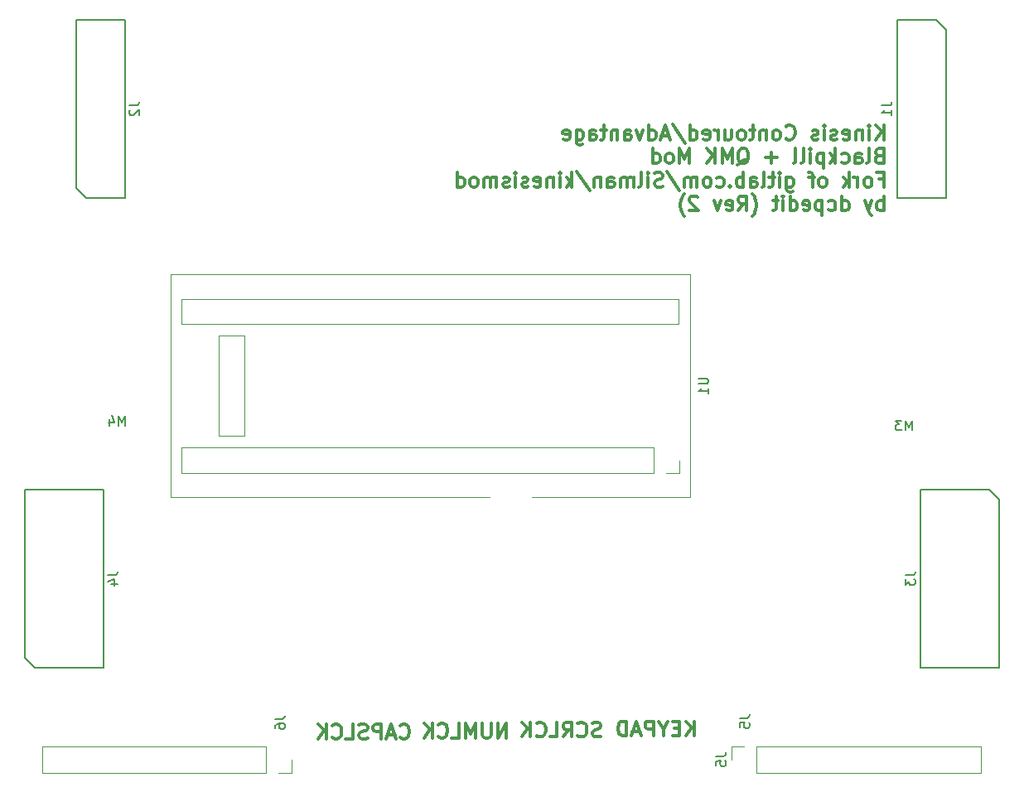
<source format=gbo>
G04 #@! TF.GenerationSoftware,KiCad,Pcbnew,(6.0.1-0)*
G04 #@! TF.CreationDate,2023-01-18T10:23:03-08:00*
G04 #@! TF.ProjectId,kicad_port,6b696361-645f-4706-9f72-742e6b696361,rev?*
G04 #@! TF.SameCoordinates,Original*
G04 #@! TF.FileFunction,Legend,Bot*
G04 #@! TF.FilePolarity,Positive*
%FSLAX46Y46*%
G04 Gerber Fmt 4.6, Leading zero omitted, Abs format (unit mm)*
G04 Created by KiCad (PCBNEW (6.0.1-0)) date 2023-01-18 10:23:03*
%MOMM*%
%LPD*%
G01*
G04 APERTURE LIST*
%ADD10C,0.300000*%
%ADD11C,0.150000*%
%ADD12C,0.120000*%
%ADD13R,1.800000X1.800000*%
%ADD14C,1.800000*%
%ADD15C,1.400000*%
%ADD16O,1.400000X1.400000*%
%ADD17O,3.200000X2.000000*%
%ADD18R,2.000000X2.000000*%
%ADD19C,2.000000*%
%ADD20R,1.600000X1.600000*%
%ADD21O,1.600000X1.600000*%
%ADD22C,8.600000*%
%ADD23O,2.000000X1.200000*%
%ADD24C,1.511200*%
%ADD25R,1.700000X1.700000*%
%ADD26O,1.700000X1.700000*%
%ADD27C,6.500000*%
%ADD28O,4.750000X2.250000*%
%ADD29C,1.700000*%
G04 APERTURE END LIST*
D10*
X149478571Y-126778571D02*
X149478571Y-125278571D01*
X148621428Y-126778571D01*
X148621428Y-125278571D01*
X147907142Y-125278571D02*
X147907142Y-126492857D01*
X147835714Y-126635714D01*
X147764285Y-126707142D01*
X147621428Y-126778571D01*
X147335714Y-126778571D01*
X147192857Y-126707142D01*
X147121428Y-126635714D01*
X147050000Y-126492857D01*
X147050000Y-125278571D01*
X146335714Y-126778571D02*
X146335714Y-125278571D01*
X145835714Y-126350000D01*
X145335714Y-125278571D01*
X145335714Y-126778571D01*
X143907142Y-126778571D02*
X144621428Y-126778571D01*
X144621428Y-125278571D01*
X142550000Y-126635714D02*
X142621428Y-126707142D01*
X142835714Y-126778571D01*
X142978571Y-126778571D01*
X143192857Y-126707142D01*
X143335714Y-126564285D01*
X143407142Y-126421428D01*
X143478571Y-126135714D01*
X143478571Y-125921428D01*
X143407142Y-125635714D01*
X143335714Y-125492857D01*
X143192857Y-125350000D01*
X142978571Y-125278571D01*
X142835714Y-125278571D01*
X142621428Y-125350000D01*
X142550000Y-125421428D01*
X141907142Y-126778571D02*
X141907142Y-125278571D01*
X141050000Y-126778571D02*
X141692857Y-125921428D01*
X141050000Y-125278571D02*
X141907142Y-126135714D01*
X168657142Y-126578571D02*
X168657142Y-125078571D01*
X167800000Y-126578571D02*
X168442857Y-125721428D01*
X167800000Y-125078571D02*
X168657142Y-125935714D01*
X167157142Y-125792857D02*
X166657142Y-125792857D01*
X166442857Y-126578571D02*
X167157142Y-126578571D01*
X167157142Y-125078571D01*
X166442857Y-125078571D01*
X165514285Y-125864285D02*
X165514285Y-126578571D01*
X166014285Y-125078571D02*
X165514285Y-125864285D01*
X165014285Y-125078571D01*
X164514285Y-126578571D02*
X164514285Y-125078571D01*
X163942857Y-125078571D01*
X163800000Y-125150000D01*
X163728571Y-125221428D01*
X163657142Y-125364285D01*
X163657142Y-125578571D01*
X163728571Y-125721428D01*
X163800000Y-125792857D01*
X163942857Y-125864285D01*
X164514285Y-125864285D01*
X163085714Y-126150000D02*
X162371428Y-126150000D01*
X163228571Y-126578571D02*
X162728571Y-125078571D01*
X162228571Y-126578571D01*
X161728571Y-126578571D02*
X161728571Y-125078571D01*
X161371428Y-125078571D01*
X161157142Y-125150000D01*
X161014285Y-125292857D01*
X160942857Y-125435714D01*
X160871428Y-125721428D01*
X160871428Y-125935714D01*
X160942857Y-126221428D01*
X161014285Y-126364285D01*
X161157142Y-126507142D01*
X161371428Y-126578571D01*
X161728571Y-126578571D01*
X188047857Y-65656071D02*
X188047857Y-64156071D01*
X187190714Y-65656071D02*
X187833571Y-64798928D01*
X187190714Y-64156071D02*
X188047857Y-65013214D01*
X186547857Y-65656071D02*
X186547857Y-64656071D01*
X186547857Y-64156071D02*
X186619285Y-64227500D01*
X186547857Y-64298928D01*
X186476428Y-64227500D01*
X186547857Y-64156071D01*
X186547857Y-64298928D01*
X185833571Y-64656071D02*
X185833571Y-65656071D01*
X185833571Y-64798928D02*
X185762142Y-64727500D01*
X185619285Y-64656071D01*
X185405000Y-64656071D01*
X185262142Y-64727500D01*
X185190714Y-64870357D01*
X185190714Y-65656071D01*
X183905000Y-65584642D02*
X184047857Y-65656071D01*
X184333571Y-65656071D01*
X184476428Y-65584642D01*
X184547857Y-65441785D01*
X184547857Y-64870357D01*
X184476428Y-64727500D01*
X184333571Y-64656071D01*
X184047857Y-64656071D01*
X183905000Y-64727500D01*
X183833571Y-64870357D01*
X183833571Y-65013214D01*
X184547857Y-65156071D01*
X183262142Y-65584642D02*
X183119285Y-65656071D01*
X182833571Y-65656071D01*
X182690714Y-65584642D01*
X182619285Y-65441785D01*
X182619285Y-65370357D01*
X182690714Y-65227500D01*
X182833571Y-65156071D01*
X183047857Y-65156071D01*
X183190714Y-65084642D01*
X183262142Y-64941785D01*
X183262142Y-64870357D01*
X183190714Y-64727500D01*
X183047857Y-64656071D01*
X182833571Y-64656071D01*
X182690714Y-64727500D01*
X181976428Y-65656071D02*
X181976428Y-64656071D01*
X181976428Y-64156071D02*
X182047857Y-64227500D01*
X181976428Y-64298928D01*
X181905000Y-64227500D01*
X181976428Y-64156071D01*
X181976428Y-64298928D01*
X181333571Y-65584642D02*
X181190714Y-65656071D01*
X180905000Y-65656071D01*
X180762142Y-65584642D01*
X180690714Y-65441785D01*
X180690714Y-65370357D01*
X180762142Y-65227500D01*
X180905000Y-65156071D01*
X181119285Y-65156071D01*
X181262142Y-65084642D01*
X181333571Y-64941785D01*
X181333571Y-64870357D01*
X181262142Y-64727500D01*
X181119285Y-64656071D01*
X180905000Y-64656071D01*
X180762142Y-64727500D01*
X178047857Y-65513214D02*
X178119285Y-65584642D01*
X178333571Y-65656071D01*
X178476428Y-65656071D01*
X178690714Y-65584642D01*
X178833571Y-65441785D01*
X178905000Y-65298928D01*
X178976428Y-65013214D01*
X178976428Y-64798928D01*
X178905000Y-64513214D01*
X178833571Y-64370357D01*
X178690714Y-64227500D01*
X178476428Y-64156071D01*
X178333571Y-64156071D01*
X178119285Y-64227500D01*
X178047857Y-64298928D01*
X177190714Y-65656071D02*
X177333571Y-65584642D01*
X177405000Y-65513214D01*
X177476428Y-65370357D01*
X177476428Y-64941785D01*
X177405000Y-64798928D01*
X177333571Y-64727500D01*
X177190714Y-64656071D01*
X176976428Y-64656071D01*
X176833571Y-64727500D01*
X176762142Y-64798928D01*
X176690714Y-64941785D01*
X176690714Y-65370357D01*
X176762142Y-65513214D01*
X176833571Y-65584642D01*
X176976428Y-65656071D01*
X177190714Y-65656071D01*
X176047857Y-64656071D02*
X176047857Y-65656071D01*
X176047857Y-64798928D02*
X175976428Y-64727500D01*
X175833571Y-64656071D01*
X175619285Y-64656071D01*
X175476428Y-64727500D01*
X175405000Y-64870357D01*
X175405000Y-65656071D01*
X174905000Y-64656071D02*
X174333571Y-64656071D01*
X174690714Y-64156071D02*
X174690714Y-65441785D01*
X174619285Y-65584642D01*
X174476428Y-65656071D01*
X174333571Y-65656071D01*
X173619285Y-65656071D02*
X173762142Y-65584642D01*
X173833571Y-65513214D01*
X173905000Y-65370357D01*
X173905000Y-64941785D01*
X173833571Y-64798928D01*
X173762142Y-64727500D01*
X173619285Y-64656071D01*
X173405000Y-64656071D01*
X173262142Y-64727500D01*
X173190714Y-64798928D01*
X173119285Y-64941785D01*
X173119285Y-65370357D01*
X173190714Y-65513214D01*
X173262142Y-65584642D01*
X173405000Y-65656071D01*
X173619285Y-65656071D01*
X171833571Y-64656071D02*
X171833571Y-65656071D01*
X172476428Y-64656071D02*
X172476428Y-65441785D01*
X172405000Y-65584642D01*
X172262142Y-65656071D01*
X172047857Y-65656071D01*
X171905000Y-65584642D01*
X171833571Y-65513214D01*
X171119285Y-65656071D02*
X171119285Y-64656071D01*
X171119285Y-64941785D02*
X171047857Y-64798928D01*
X170976428Y-64727500D01*
X170833571Y-64656071D01*
X170690714Y-64656071D01*
X169619285Y-65584642D02*
X169762142Y-65656071D01*
X170047857Y-65656071D01*
X170190714Y-65584642D01*
X170262142Y-65441785D01*
X170262142Y-64870357D01*
X170190714Y-64727500D01*
X170047857Y-64656071D01*
X169762142Y-64656071D01*
X169619285Y-64727500D01*
X169547857Y-64870357D01*
X169547857Y-65013214D01*
X170262142Y-65156071D01*
X168262142Y-65656071D02*
X168262142Y-64156071D01*
X168262142Y-65584642D02*
X168405000Y-65656071D01*
X168690714Y-65656071D01*
X168833571Y-65584642D01*
X168905000Y-65513214D01*
X168976428Y-65370357D01*
X168976428Y-64941785D01*
X168905000Y-64798928D01*
X168833571Y-64727500D01*
X168690714Y-64656071D01*
X168405000Y-64656071D01*
X168262142Y-64727500D01*
X166476428Y-64084642D02*
X167762142Y-66013214D01*
X166047857Y-65227500D02*
X165333571Y-65227500D01*
X166190714Y-65656071D02*
X165690714Y-64156071D01*
X165190714Y-65656071D01*
X164047857Y-65656071D02*
X164047857Y-64156071D01*
X164047857Y-65584642D02*
X164190714Y-65656071D01*
X164476428Y-65656071D01*
X164619285Y-65584642D01*
X164690714Y-65513214D01*
X164762142Y-65370357D01*
X164762142Y-64941785D01*
X164690714Y-64798928D01*
X164619285Y-64727500D01*
X164476428Y-64656071D01*
X164190714Y-64656071D01*
X164047857Y-64727500D01*
X163476428Y-64656071D02*
X163119285Y-65656071D01*
X162762142Y-64656071D01*
X161547857Y-65656071D02*
X161547857Y-64870357D01*
X161619285Y-64727500D01*
X161762142Y-64656071D01*
X162047857Y-64656071D01*
X162190714Y-64727500D01*
X161547857Y-65584642D02*
X161690714Y-65656071D01*
X162047857Y-65656071D01*
X162190714Y-65584642D01*
X162262142Y-65441785D01*
X162262142Y-65298928D01*
X162190714Y-65156071D01*
X162047857Y-65084642D01*
X161690714Y-65084642D01*
X161547857Y-65013214D01*
X160833571Y-64656071D02*
X160833571Y-65656071D01*
X160833571Y-64798928D02*
X160762142Y-64727500D01*
X160619285Y-64656071D01*
X160405000Y-64656071D01*
X160262142Y-64727500D01*
X160190714Y-64870357D01*
X160190714Y-65656071D01*
X159690714Y-64656071D02*
X159119285Y-64656071D01*
X159476428Y-64156071D02*
X159476428Y-65441785D01*
X159405000Y-65584642D01*
X159262142Y-65656071D01*
X159119285Y-65656071D01*
X157976428Y-65656071D02*
X157976428Y-64870357D01*
X158047857Y-64727500D01*
X158190714Y-64656071D01*
X158476428Y-64656071D01*
X158619285Y-64727500D01*
X157976428Y-65584642D02*
X158119285Y-65656071D01*
X158476428Y-65656071D01*
X158619285Y-65584642D01*
X158690714Y-65441785D01*
X158690714Y-65298928D01*
X158619285Y-65156071D01*
X158476428Y-65084642D01*
X158119285Y-65084642D01*
X157976428Y-65013214D01*
X156619285Y-64656071D02*
X156619285Y-65870357D01*
X156690714Y-66013214D01*
X156762142Y-66084642D01*
X156905000Y-66156071D01*
X157119285Y-66156071D01*
X157262142Y-66084642D01*
X156619285Y-65584642D02*
X156762142Y-65656071D01*
X157047857Y-65656071D01*
X157190714Y-65584642D01*
X157262142Y-65513214D01*
X157333571Y-65370357D01*
X157333571Y-64941785D01*
X157262142Y-64798928D01*
X157190714Y-64727500D01*
X157047857Y-64656071D01*
X156762142Y-64656071D01*
X156619285Y-64727500D01*
X155333571Y-65584642D02*
X155476428Y-65656071D01*
X155762142Y-65656071D01*
X155905000Y-65584642D01*
X155976428Y-65441785D01*
X155976428Y-64870357D01*
X155905000Y-64727500D01*
X155762142Y-64656071D01*
X155476428Y-64656071D01*
X155333571Y-64727500D01*
X155262142Y-64870357D01*
X155262142Y-65013214D01*
X155976428Y-65156071D01*
X187547857Y-67285357D02*
X187333571Y-67356785D01*
X187262142Y-67428214D01*
X187190714Y-67571071D01*
X187190714Y-67785357D01*
X187262142Y-67928214D01*
X187333571Y-67999642D01*
X187476428Y-68071071D01*
X188047857Y-68071071D01*
X188047857Y-66571071D01*
X187547857Y-66571071D01*
X187405000Y-66642500D01*
X187333571Y-66713928D01*
X187262142Y-66856785D01*
X187262142Y-66999642D01*
X187333571Y-67142500D01*
X187405000Y-67213928D01*
X187547857Y-67285357D01*
X188047857Y-67285357D01*
X186333571Y-68071071D02*
X186476428Y-67999642D01*
X186547857Y-67856785D01*
X186547857Y-66571071D01*
X185119285Y-68071071D02*
X185119285Y-67285357D01*
X185190714Y-67142500D01*
X185333571Y-67071071D01*
X185619285Y-67071071D01*
X185762142Y-67142500D01*
X185119285Y-67999642D02*
X185262142Y-68071071D01*
X185619285Y-68071071D01*
X185762142Y-67999642D01*
X185833571Y-67856785D01*
X185833571Y-67713928D01*
X185762142Y-67571071D01*
X185619285Y-67499642D01*
X185262142Y-67499642D01*
X185119285Y-67428214D01*
X183762142Y-67999642D02*
X183905000Y-68071071D01*
X184190714Y-68071071D01*
X184333571Y-67999642D01*
X184405000Y-67928214D01*
X184476428Y-67785357D01*
X184476428Y-67356785D01*
X184405000Y-67213928D01*
X184333571Y-67142500D01*
X184190714Y-67071071D01*
X183905000Y-67071071D01*
X183762142Y-67142500D01*
X183119285Y-68071071D02*
X183119285Y-66571071D01*
X182976428Y-67499642D02*
X182547857Y-68071071D01*
X182547857Y-67071071D02*
X183119285Y-67642500D01*
X181905000Y-67071071D02*
X181905000Y-68571071D01*
X181905000Y-67142500D02*
X181762142Y-67071071D01*
X181476428Y-67071071D01*
X181333571Y-67142500D01*
X181262142Y-67213928D01*
X181190714Y-67356785D01*
X181190714Y-67785357D01*
X181262142Y-67928214D01*
X181333571Y-67999642D01*
X181476428Y-68071071D01*
X181762142Y-68071071D01*
X181905000Y-67999642D01*
X180547857Y-68071071D02*
X180547857Y-67071071D01*
X180547857Y-66571071D02*
X180619285Y-66642500D01*
X180547857Y-66713928D01*
X180476428Y-66642500D01*
X180547857Y-66571071D01*
X180547857Y-66713928D01*
X179619285Y-68071071D02*
X179762142Y-67999642D01*
X179833571Y-67856785D01*
X179833571Y-66571071D01*
X178833571Y-68071071D02*
X178976428Y-67999642D01*
X179047857Y-67856785D01*
X179047857Y-66571071D01*
X177119285Y-67499642D02*
X175976428Y-67499642D01*
X176547857Y-68071071D02*
X176547857Y-66928214D01*
X173119285Y-68213928D02*
X173262142Y-68142500D01*
X173405000Y-67999642D01*
X173619285Y-67785357D01*
X173762142Y-67713928D01*
X173905000Y-67713928D01*
X173833571Y-68071071D02*
X173976428Y-67999642D01*
X174119285Y-67856785D01*
X174190714Y-67571071D01*
X174190714Y-67071071D01*
X174119285Y-66785357D01*
X173976428Y-66642500D01*
X173833571Y-66571071D01*
X173547857Y-66571071D01*
X173405000Y-66642500D01*
X173262142Y-66785357D01*
X173190714Y-67071071D01*
X173190714Y-67571071D01*
X173262142Y-67856785D01*
X173405000Y-67999642D01*
X173547857Y-68071071D01*
X173833571Y-68071071D01*
X172547857Y-68071071D02*
X172547857Y-66571071D01*
X172047857Y-67642500D01*
X171547857Y-66571071D01*
X171547857Y-68071071D01*
X170833571Y-68071071D02*
X170833571Y-66571071D01*
X169976428Y-68071071D02*
X170619285Y-67213928D01*
X169976428Y-66571071D02*
X170833571Y-67428214D01*
X168190714Y-68071071D02*
X168190714Y-66571071D01*
X167690714Y-67642500D01*
X167190714Y-66571071D01*
X167190714Y-68071071D01*
X166262142Y-68071071D02*
X166405000Y-67999642D01*
X166476428Y-67928214D01*
X166547857Y-67785357D01*
X166547857Y-67356785D01*
X166476428Y-67213928D01*
X166405000Y-67142500D01*
X166262142Y-67071071D01*
X166047857Y-67071071D01*
X165905000Y-67142500D01*
X165833571Y-67213928D01*
X165762142Y-67356785D01*
X165762142Y-67785357D01*
X165833571Y-67928214D01*
X165905000Y-67999642D01*
X166047857Y-68071071D01*
X166262142Y-68071071D01*
X164476428Y-68071071D02*
X164476428Y-66571071D01*
X164476428Y-67999642D02*
X164619285Y-68071071D01*
X164905000Y-68071071D01*
X165047857Y-67999642D01*
X165119285Y-67928214D01*
X165190714Y-67785357D01*
X165190714Y-67356785D01*
X165119285Y-67213928D01*
X165047857Y-67142500D01*
X164905000Y-67071071D01*
X164619285Y-67071071D01*
X164476428Y-67142500D01*
X187547857Y-69700357D02*
X188047857Y-69700357D01*
X188047857Y-70486071D02*
X188047857Y-68986071D01*
X187333571Y-68986071D01*
X186547857Y-70486071D02*
X186690714Y-70414642D01*
X186762142Y-70343214D01*
X186833571Y-70200357D01*
X186833571Y-69771785D01*
X186762142Y-69628928D01*
X186690714Y-69557500D01*
X186547857Y-69486071D01*
X186333571Y-69486071D01*
X186190714Y-69557500D01*
X186119285Y-69628928D01*
X186047857Y-69771785D01*
X186047857Y-70200357D01*
X186119285Y-70343214D01*
X186190714Y-70414642D01*
X186333571Y-70486071D01*
X186547857Y-70486071D01*
X185405000Y-70486071D02*
X185405000Y-69486071D01*
X185405000Y-69771785D02*
X185333571Y-69628928D01*
X185262142Y-69557500D01*
X185119285Y-69486071D01*
X184976428Y-69486071D01*
X184476428Y-70486071D02*
X184476428Y-68986071D01*
X184333571Y-69914642D02*
X183905000Y-70486071D01*
X183905000Y-69486071D02*
X184476428Y-70057500D01*
X181905000Y-70486071D02*
X182047857Y-70414642D01*
X182119285Y-70343214D01*
X182190714Y-70200357D01*
X182190714Y-69771785D01*
X182119285Y-69628928D01*
X182047857Y-69557500D01*
X181905000Y-69486071D01*
X181690714Y-69486071D01*
X181547857Y-69557500D01*
X181476428Y-69628928D01*
X181405000Y-69771785D01*
X181405000Y-70200357D01*
X181476428Y-70343214D01*
X181547857Y-70414642D01*
X181690714Y-70486071D01*
X181905000Y-70486071D01*
X180976428Y-69486071D02*
X180405000Y-69486071D01*
X180762142Y-70486071D02*
X180762142Y-69200357D01*
X180690714Y-69057500D01*
X180547857Y-68986071D01*
X180405000Y-68986071D01*
X178119285Y-69486071D02*
X178119285Y-70700357D01*
X178190714Y-70843214D01*
X178262142Y-70914642D01*
X178405000Y-70986071D01*
X178619285Y-70986071D01*
X178762142Y-70914642D01*
X178119285Y-70414642D02*
X178262142Y-70486071D01*
X178547857Y-70486071D01*
X178690714Y-70414642D01*
X178762142Y-70343214D01*
X178833571Y-70200357D01*
X178833571Y-69771785D01*
X178762142Y-69628928D01*
X178690714Y-69557500D01*
X178547857Y-69486071D01*
X178262142Y-69486071D01*
X178119285Y-69557500D01*
X177405000Y-70486071D02*
X177405000Y-69486071D01*
X177405000Y-68986071D02*
X177476428Y-69057500D01*
X177405000Y-69128928D01*
X177333571Y-69057500D01*
X177405000Y-68986071D01*
X177405000Y-69128928D01*
X176905000Y-69486071D02*
X176333571Y-69486071D01*
X176690714Y-68986071D02*
X176690714Y-70271785D01*
X176619285Y-70414642D01*
X176476428Y-70486071D01*
X176333571Y-70486071D01*
X175619285Y-70486071D02*
X175762142Y-70414642D01*
X175833571Y-70271785D01*
X175833571Y-68986071D01*
X174405000Y-70486071D02*
X174405000Y-69700357D01*
X174476428Y-69557500D01*
X174619285Y-69486071D01*
X174905000Y-69486071D01*
X175047857Y-69557500D01*
X174405000Y-70414642D02*
X174547857Y-70486071D01*
X174905000Y-70486071D01*
X175047857Y-70414642D01*
X175119285Y-70271785D01*
X175119285Y-70128928D01*
X175047857Y-69986071D01*
X174905000Y-69914642D01*
X174547857Y-69914642D01*
X174405000Y-69843214D01*
X173690714Y-70486071D02*
X173690714Y-68986071D01*
X173690714Y-69557500D02*
X173547857Y-69486071D01*
X173262142Y-69486071D01*
X173119285Y-69557500D01*
X173047857Y-69628928D01*
X172976428Y-69771785D01*
X172976428Y-70200357D01*
X173047857Y-70343214D01*
X173119285Y-70414642D01*
X173262142Y-70486071D01*
X173547857Y-70486071D01*
X173690714Y-70414642D01*
X172333571Y-70343214D02*
X172262142Y-70414642D01*
X172333571Y-70486071D01*
X172405000Y-70414642D01*
X172333571Y-70343214D01*
X172333571Y-70486071D01*
X170976428Y-70414642D02*
X171119285Y-70486071D01*
X171405000Y-70486071D01*
X171547857Y-70414642D01*
X171619285Y-70343214D01*
X171690714Y-70200357D01*
X171690714Y-69771785D01*
X171619285Y-69628928D01*
X171547857Y-69557500D01*
X171405000Y-69486071D01*
X171119285Y-69486071D01*
X170976428Y-69557500D01*
X170119285Y-70486071D02*
X170262142Y-70414642D01*
X170333571Y-70343214D01*
X170405000Y-70200357D01*
X170405000Y-69771785D01*
X170333571Y-69628928D01*
X170262142Y-69557500D01*
X170119285Y-69486071D01*
X169905000Y-69486071D01*
X169762142Y-69557500D01*
X169690714Y-69628928D01*
X169619285Y-69771785D01*
X169619285Y-70200357D01*
X169690714Y-70343214D01*
X169762142Y-70414642D01*
X169905000Y-70486071D01*
X170119285Y-70486071D01*
X168976428Y-70486071D02*
X168976428Y-69486071D01*
X168976428Y-69628928D02*
X168905000Y-69557500D01*
X168762142Y-69486071D01*
X168547857Y-69486071D01*
X168405000Y-69557500D01*
X168333571Y-69700357D01*
X168333571Y-70486071D01*
X168333571Y-69700357D02*
X168262142Y-69557500D01*
X168119285Y-69486071D01*
X167905000Y-69486071D01*
X167762142Y-69557500D01*
X167690714Y-69700357D01*
X167690714Y-70486071D01*
X165905000Y-68914642D02*
X167190714Y-70843214D01*
X165476428Y-70414642D02*
X165262142Y-70486071D01*
X164905000Y-70486071D01*
X164762142Y-70414642D01*
X164690714Y-70343214D01*
X164619285Y-70200357D01*
X164619285Y-70057500D01*
X164690714Y-69914642D01*
X164762142Y-69843214D01*
X164905000Y-69771785D01*
X165190714Y-69700357D01*
X165333571Y-69628928D01*
X165405000Y-69557500D01*
X165476428Y-69414642D01*
X165476428Y-69271785D01*
X165405000Y-69128928D01*
X165333571Y-69057500D01*
X165190714Y-68986071D01*
X164833571Y-68986071D01*
X164619285Y-69057500D01*
X163976428Y-70486071D02*
X163976428Y-69486071D01*
X163976428Y-68986071D02*
X164047857Y-69057500D01*
X163976428Y-69128928D01*
X163905000Y-69057500D01*
X163976428Y-68986071D01*
X163976428Y-69128928D01*
X163047857Y-70486071D02*
X163190714Y-70414642D01*
X163262142Y-70271785D01*
X163262142Y-68986071D01*
X162476428Y-70486071D02*
X162476428Y-69486071D01*
X162476428Y-69628928D02*
X162405000Y-69557500D01*
X162262142Y-69486071D01*
X162047857Y-69486071D01*
X161905000Y-69557500D01*
X161833571Y-69700357D01*
X161833571Y-70486071D01*
X161833571Y-69700357D02*
X161762142Y-69557500D01*
X161619285Y-69486071D01*
X161405000Y-69486071D01*
X161262142Y-69557500D01*
X161190714Y-69700357D01*
X161190714Y-70486071D01*
X159833571Y-70486071D02*
X159833571Y-69700357D01*
X159905000Y-69557500D01*
X160047857Y-69486071D01*
X160333571Y-69486071D01*
X160476428Y-69557500D01*
X159833571Y-70414642D02*
X159976428Y-70486071D01*
X160333571Y-70486071D01*
X160476428Y-70414642D01*
X160547857Y-70271785D01*
X160547857Y-70128928D01*
X160476428Y-69986071D01*
X160333571Y-69914642D01*
X159976428Y-69914642D01*
X159833571Y-69843214D01*
X159119285Y-69486071D02*
X159119285Y-70486071D01*
X159119285Y-69628928D02*
X159047857Y-69557500D01*
X158905000Y-69486071D01*
X158690714Y-69486071D01*
X158547857Y-69557500D01*
X158476428Y-69700357D01*
X158476428Y-70486071D01*
X156690714Y-68914642D02*
X157976428Y-70843214D01*
X156190714Y-70486071D02*
X156190714Y-68986071D01*
X156047857Y-69914642D02*
X155619285Y-70486071D01*
X155619285Y-69486071D02*
X156190714Y-70057500D01*
X154976428Y-70486071D02*
X154976428Y-69486071D01*
X154976428Y-68986071D02*
X155047857Y-69057500D01*
X154976428Y-69128928D01*
X154905000Y-69057500D01*
X154976428Y-68986071D01*
X154976428Y-69128928D01*
X154262142Y-69486071D02*
X154262142Y-70486071D01*
X154262142Y-69628928D02*
X154190714Y-69557500D01*
X154047857Y-69486071D01*
X153833571Y-69486071D01*
X153690714Y-69557500D01*
X153619285Y-69700357D01*
X153619285Y-70486071D01*
X152333571Y-70414642D02*
X152476428Y-70486071D01*
X152762142Y-70486071D01*
X152905000Y-70414642D01*
X152976428Y-70271785D01*
X152976428Y-69700357D01*
X152905000Y-69557500D01*
X152762142Y-69486071D01*
X152476428Y-69486071D01*
X152333571Y-69557500D01*
X152262142Y-69700357D01*
X152262142Y-69843214D01*
X152976428Y-69986071D01*
X151690714Y-70414642D02*
X151547857Y-70486071D01*
X151262142Y-70486071D01*
X151119285Y-70414642D01*
X151047857Y-70271785D01*
X151047857Y-70200357D01*
X151119285Y-70057500D01*
X151262142Y-69986071D01*
X151476428Y-69986071D01*
X151619285Y-69914642D01*
X151690714Y-69771785D01*
X151690714Y-69700357D01*
X151619285Y-69557500D01*
X151476428Y-69486071D01*
X151262142Y-69486071D01*
X151119285Y-69557500D01*
X150405000Y-70486071D02*
X150405000Y-69486071D01*
X150405000Y-68986071D02*
X150476428Y-69057500D01*
X150405000Y-69128928D01*
X150333571Y-69057500D01*
X150405000Y-68986071D01*
X150405000Y-69128928D01*
X149762142Y-70414642D02*
X149619285Y-70486071D01*
X149333571Y-70486071D01*
X149190714Y-70414642D01*
X149119285Y-70271785D01*
X149119285Y-70200357D01*
X149190714Y-70057500D01*
X149333571Y-69986071D01*
X149547857Y-69986071D01*
X149690714Y-69914642D01*
X149762142Y-69771785D01*
X149762142Y-69700357D01*
X149690714Y-69557500D01*
X149547857Y-69486071D01*
X149333571Y-69486071D01*
X149190714Y-69557500D01*
X148476428Y-70486071D02*
X148476428Y-69486071D01*
X148476428Y-69628928D02*
X148405000Y-69557500D01*
X148262142Y-69486071D01*
X148047857Y-69486071D01*
X147905000Y-69557500D01*
X147833571Y-69700357D01*
X147833571Y-70486071D01*
X147833571Y-69700357D02*
X147762142Y-69557500D01*
X147619285Y-69486071D01*
X147405000Y-69486071D01*
X147262142Y-69557500D01*
X147190714Y-69700357D01*
X147190714Y-70486071D01*
X146262142Y-70486071D02*
X146405000Y-70414642D01*
X146476428Y-70343214D01*
X146547857Y-70200357D01*
X146547857Y-69771785D01*
X146476428Y-69628928D01*
X146405000Y-69557500D01*
X146262142Y-69486071D01*
X146047857Y-69486071D01*
X145905000Y-69557500D01*
X145833571Y-69628928D01*
X145762142Y-69771785D01*
X145762142Y-70200357D01*
X145833571Y-70343214D01*
X145905000Y-70414642D01*
X146047857Y-70486071D01*
X146262142Y-70486071D01*
X144476428Y-70486071D02*
X144476428Y-68986071D01*
X144476428Y-70414642D02*
X144619285Y-70486071D01*
X144905000Y-70486071D01*
X145047857Y-70414642D01*
X145119285Y-70343214D01*
X145190714Y-70200357D01*
X145190714Y-69771785D01*
X145119285Y-69628928D01*
X145047857Y-69557500D01*
X144905000Y-69486071D01*
X144619285Y-69486071D01*
X144476428Y-69557500D01*
X188047857Y-72901071D02*
X188047857Y-71401071D01*
X188047857Y-71972500D02*
X187905000Y-71901071D01*
X187619285Y-71901071D01*
X187476428Y-71972500D01*
X187405000Y-72043928D01*
X187333571Y-72186785D01*
X187333571Y-72615357D01*
X187405000Y-72758214D01*
X187476428Y-72829642D01*
X187619285Y-72901071D01*
X187905000Y-72901071D01*
X188047857Y-72829642D01*
X186833571Y-71901071D02*
X186476428Y-72901071D01*
X186119285Y-71901071D02*
X186476428Y-72901071D01*
X186619285Y-73258214D01*
X186690714Y-73329642D01*
X186833571Y-73401071D01*
X183762142Y-72901071D02*
X183762142Y-71401071D01*
X183762142Y-72829642D02*
X183905000Y-72901071D01*
X184190714Y-72901071D01*
X184333571Y-72829642D01*
X184405000Y-72758214D01*
X184476428Y-72615357D01*
X184476428Y-72186785D01*
X184405000Y-72043928D01*
X184333571Y-71972500D01*
X184190714Y-71901071D01*
X183905000Y-71901071D01*
X183762142Y-71972500D01*
X182405000Y-72829642D02*
X182547857Y-72901071D01*
X182833571Y-72901071D01*
X182976428Y-72829642D01*
X183047857Y-72758214D01*
X183119285Y-72615357D01*
X183119285Y-72186785D01*
X183047857Y-72043928D01*
X182976428Y-71972500D01*
X182833571Y-71901071D01*
X182547857Y-71901071D01*
X182405000Y-71972500D01*
X181762142Y-71901071D02*
X181762142Y-73401071D01*
X181762142Y-71972500D02*
X181619285Y-71901071D01*
X181333571Y-71901071D01*
X181190714Y-71972500D01*
X181119285Y-72043928D01*
X181047857Y-72186785D01*
X181047857Y-72615357D01*
X181119285Y-72758214D01*
X181190714Y-72829642D01*
X181333571Y-72901071D01*
X181619285Y-72901071D01*
X181762142Y-72829642D01*
X179833571Y-72829642D02*
X179976428Y-72901071D01*
X180262142Y-72901071D01*
X180405000Y-72829642D01*
X180476428Y-72686785D01*
X180476428Y-72115357D01*
X180405000Y-71972500D01*
X180262142Y-71901071D01*
X179976428Y-71901071D01*
X179833571Y-71972500D01*
X179762142Y-72115357D01*
X179762142Y-72258214D01*
X180476428Y-72401071D01*
X178476428Y-72901071D02*
X178476428Y-71401071D01*
X178476428Y-72829642D02*
X178619285Y-72901071D01*
X178905000Y-72901071D01*
X179047857Y-72829642D01*
X179119285Y-72758214D01*
X179190714Y-72615357D01*
X179190714Y-72186785D01*
X179119285Y-72043928D01*
X179047857Y-71972500D01*
X178905000Y-71901071D01*
X178619285Y-71901071D01*
X178476428Y-71972500D01*
X177762142Y-72901071D02*
X177762142Y-71901071D01*
X177762142Y-71401071D02*
X177833571Y-71472500D01*
X177762142Y-71543928D01*
X177690714Y-71472500D01*
X177762142Y-71401071D01*
X177762142Y-71543928D01*
X177262142Y-71901071D02*
X176690714Y-71901071D01*
X177047857Y-71401071D02*
X177047857Y-72686785D01*
X176976428Y-72829642D01*
X176833571Y-72901071D01*
X176690714Y-72901071D01*
X174619285Y-73472500D02*
X174690714Y-73401071D01*
X174833571Y-73186785D01*
X174905000Y-73043928D01*
X174976428Y-72829642D01*
X175047857Y-72472500D01*
X175047857Y-72186785D01*
X174976428Y-71829642D01*
X174905000Y-71615357D01*
X174833571Y-71472500D01*
X174690714Y-71258214D01*
X174619285Y-71186785D01*
X173190714Y-72901071D02*
X173690714Y-72186785D01*
X174047857Y-72901071D02*
X174047857Y-71401071D01*
X173476428Y-71401071D01*
X173333571Y-71472500D01*
X173262142Y-71543928D01*
X173190714Y-71686785D01*
X173190714Y-71901071D01*
X173262142Y-72043928D01*
X173333571Y-72115357D01*
X173476428Y-72186785D01*
X174047857Y-72186785D01*
X171976428Y-72829642D02*
X172119285Y-72901071D01*
X172405000Y-72901071D01*
X172547857Y-72829642D01*
X172619285Y-72686785D01*
X172619285Y-72115357D01*
X172547857Y-71972500D01*
X172405000Y-71901071D01*
X172119285Y-71901071D01*
X171976428Y-71972500D01*
X171905000Y-72115357D01*
X171905000Y-72258214D01*
X172619285Y-72401071D01*
X171405000Y-71901071D02*
X171047857Y-72901071D01*
X170690714Y-71901071D01*
X169047857Y-71543928D02*
X168976428Y-71472500D01*
X168833571Y-71401071D01*
X168476428Y-71401071D01*
X168333571Y-71472500D01*
X168262142Y-71543928D01*
X168190714Y-71686785D01*
X168190714Y-71829642D01*
X168262142Y-72043928D01*
X169119285Y-72901071D01*
X168190714Y-72901071D01*
X167690714Y-73472500D02*
X167619285Y-73401071D01*
X167476428Y-73186785D01*
X167405000Y-73043928D01*
X167333571Y-72829642D01*
X167262142Y-72472500D01*
X167262142Y-72186785D01*
X167333571Y-71829642D01*
X167405000Y-71615357D01*
X167476428Y-71472500D01*
X167619285Y-71258214D01*
X167690714Y-71186785D01*
X138650000Y-126735714D02*
X138721428Y-126807142D01*
X138935714Y-126878571D01*
X139078571Y-126878571D01*
X139292857Y-126807142D01*
X139435714Y-126664285D01*
X139507142Y-126521428D01*
X139578571Y-126235714D01*
X139578571Y-126021428D01*
X139507142Y-125735714D01*
X139435714Y-125592857D01*
X139292857Y-125450000D01*
X139078571Y-125378571D01*
X138935714Y-125378571D01*
X138721428Y-125450000D01*
X138650000Y-125521428D01*
X138078571Y-126450000D02*
X137364285Y-126450000D01*
X138221428Y-126878571D02*
X137721428Y-125378571D01*
X137221428Y-126878571D01*
X136721428Y-126878571D02*
X136721428Y-125378571D01*
X136150000Y-125378571D01*
X136007142Y-125450000D01*
X135935714Y-125521428D01*
X135864285Y-125664285D01*
X135864285Y-125878571D01*
X135935714Y-126021428D01*
X136007142Y-126092857D01*
X136150000Y-126164285D01*
X136721428Y-126164285D01*
X135292857Y-126807142D02*
X135078571Y-126878571D01*
X134721428Y-126878571D01*
X134578571Y-126807142D01*
X134507142Y-126735714D01*
X134435714Y-126592857D01*
X134435714Y-126450000D01*
X134507142Y-126307142D01*
X134578571Y-126235714D01*
X134721428Y-126164285D01*
X135007142Y-126092857D01*
X135150000Y-126021428D01*
X135221428Y-125950000D01*
X135292857Y-125807142D01*
X135292857Y-125664285D01*
X135221428Y-125521428D01*
X135150000Y-125450000D01*
X135007142Y-125378571D01*
X134650000Y-125378571D01*
X134435714Y-125450000D01*
X133078571Y-126878571D02*
X133792857Y-126878571D01*
X133792857Y-125378571D01*
X131721428Y-126735714D02*
X131792857Y-126807142D01*
X132007142Y-126878571D01*
X132150000Y-126878571D01*
X132364285Y-126807142D01*
X132507142Y-126664285D01*
X132578571Y-126521428D01*
X132650000Y-126235714D01*
X132650000Y-126021428D01*
X132578571Y-125735714D01*
X132507142Y-125592857D01*
X132364285Y-125450000D01*
X132150000Y-125378571D01*
X132007142Y-125378571D01*
X131792857Y-125450000D01*
X131721428Y-125521428D01*
X131078571Y-126878571D02*
X131078571Y-125378571D01*
X130221428Y-126878571D02*
X130864285Y-126021428D01*
X130221428Y-125378571D02*
X131078571Y-126235714D01*
X159135714Y-126607142D02*
X158921428Y-126678571D01*
X158564285Y-126678571D01*
X158421428Y-126607142D01*
X158350000Y-126535714D01*
X158278571Y-126392857D01*
X158278571Y-126250000D01*
X158350000Y-126107142D01*
X158421428Y-126035714D01*
X158564285Y-125964285D01*
X158850000Y-125892857D01*
X158992857Y-125821428D01*
X159064285Y-125750000D01*
X159135714Y-125607142D01*
X159135714Y-125464285D01*
X159064285Y-125321428D01*
X158992857Y-125250000D01*
X158850000Y-125178571D01*
X158492857Y-125178571D01*
X158278571Y-125250000D01*
X156778571Y-126535714D02*
X156850000Y-126607142D01*
X157064285Y-126678571D01*
X157207142Y-126678571D01*
X157421428Y-126607142D01*
X157564285Y-126464285D01*
X157635714Y-126321428D01*
X157707142Y-126035714D01*
X157707142Y-125821428D01*
X157635714Y-125535714D01*
X157564285Y-125392857D01*
X157421428Y-125250000D01*
X157207142Y-125178571D01*
X157064285Y-125178571D01*
X156850000Y-125250000D01*
X156778571Y-125321428D01*
X155278571Y-126678571D02*
X155778571Y-125964285D01*
X156135714Y-126678571D02*
X156135714Y-125178571D01*
X155564285Y-125178571D01*
X155421428Y-125250000D01*
X155350000Y-125321428D01*
X155278571Y-125464285D01*
X155278571Y-125678571D01*
X155350000Y-125821428D01*
X155421428Y-125892857D01*
X155564285Y-125964285D01*
X156135714Y-125964285D01*
X153921428Y-126678571D02*
X154635714Y-126678571D01*
X154635714Y-125178571D01*
X152564285Y-126535714D02*
X152635714Y-126607142D01*
X152850000Y-126678571D01*
X152992857Y-126678571D01*
X153207142Y-126607142D01*
X153350000Y-126464285D01*
X153421428Y-126321428D01*
X153492857Y-126035714D01*
X153492857Y-125821428D01*
X153421428Y-125535714D01*
X153350000Y-125392857D01*
X153207142Y-125250000D01*
X152992857Y-125178571D01*
X152850000Y-125178571D01*
X152635714Y-125250000D01*
X152564285Y-125321428D01*
X151921428Y-126678571D02*
X151921428Y-125178571D01*
X151064285Y-126678571D02*
X151707142Y-125821428D01*
X151064285Y-125178571D02*
X151921428Y-126035714D01*
D11*
X187852380Y-62166666D02*
X188566666Y-62166666D01*
X188709523Y-62119047D01*
X188804761Y-62023809D01*
X188852380Y-61880952D01*
X188852380Y-61785714D01*
X188852380Y-63166666D02*
X188852380Y-62595238D01*
X188852380Y-62880952D02*
X187852380Y-62880952D01*
X187995238Y-62785714D01*
X188090476Y-62690476D01*
X188138095Y-62595238D01*
X110952380Y-62166666D02*
X111666666Y-62166666D01*
X111809523Y-62119047D01*
X111904761Y-62023809D01*
X111952380Y-61880952D01*
X111952380Y-61785714D01*
X111047619Y-62595238D02*
X111000000Y-62642857D01*
X110952380Y-62738095D01*
X110952380Y-62976190D01*
X111000000Y-63071428D01*
X111047619Y-63119047D01*
X111142857Y-63166666D01*
X111238095Y-63166666D01*
X111380952Y-63119047D01*
X111952380Y-62547619D01*
X111952380Y-63166666D01*
X190252380Y-110166666D02*
X190966666Y-110166666D01*
X191109523Y-110119047D01*
X191204761Y-110023809D01*
X191252380Y-109880952D01*
X191252380Y-109785714D01*
X190252380Y-110547619D02*
X190252380Y-111166666D01*
X190633333Y-110833333D01*
X190633333Y-110976190D01*
X190680952Y-111071428D01*
X190728571Y-111119047D01*
X190823809Y-111166666D01*
X191061904Y-111166666D01*
X191157142Y-111119047D01*
X191204761Y-111071428D01*
X191252380Y-110976190D01*
X191252380Y-110690476D01*
X191204761Y-110595238D01*
X191157142Y-110547619D01*
X108752380Y-110166666D02*
X109466666Y-110166666D01*
X109609523Y-110119047D01*
X109704761Y-110023809D01*
X109752380Y-109880952D01*
X109752380Y-109785714D01*
X109085714Y-111071428D02*
X109752380Y-111071428D01*
X108704761Y-110833333D02*
X109419047Y-110595238D01*
X109419047Y-111214285D01*
X170922380Y-128666666D02*
X171636666Y-128666666D01*
X171779523Y-128619047D01*
X171874761Y-128523809D01*
X171922380Y-128380952D01*
X171922380Y-128285714D01*
X170922380Y-129619047D02*
X170922380Y-129142857D01*
X171398571Y-129095238D01*
X171350952Y-129142857D01*
X171303333Y-129238095D01*
X171303333Y-129476190D01*
X171350952Y-129571428D01*
X171398571Y-129619047D01*
X171493809Y-129666666D01*
X171731904Y-129666666D01*
X171827142Y-129619047D01*
X171874761Y-129571428D01*
X171922380Y-129476190D01*
X171922380Y-129238095D01*
X171874761Y-129142857D01*
X171827142Y-129095238D01*
X173352380Y-124766666D02*
X174066666Y-124766666D01*
X174209523Y-124719047D01*
X174304761Y-124623809D01*
X174352380Y-124480952D01*
X174352380Y-124385714D01*
X173352380Y-125719047D02*
X173352380Y-125242857D01*
X173828571Y-125195238D01*
X173780952Y-125242857D01*
X173733333Y-125338095D01*
X173733333Y-125576190D01*
X173780952Y-125671428D01*
X173828571Y-125719047D01*
X173923809Y-125766666D01*
X174161904Y-125766666D01*
X174257142Y-125719047D01*
X174304761Y-125671428D01*
X174352380Y-125576190D01*
X174352380Y-125338095D01*
X174304761Y-125242857D01*
X174257142Y-125195238D01*
X125852380Y-124866666D02*
X126566666Y-124866666D01*
X126709523Y-124819047D01*
X126804761Y-124723809D01*
X126852380Y-124580952D01*
X126852380Y-124485714D01*
X125852380Y-125771428D02*
X125852380Y-125580952D01*
X125900000Y-125485714D01*
X125947619Y-125438095D01*
X126090476Y-125342857D01*
X126280952Y-125295238D01*
X126661904Y-125295238D01*
X126757142Y-125342857D01*
X126804761Y-125390476D01*
X126852380Y-125485714D01*
X126852380Y-125676190D01*
X126804761Y-125771428D01*
X126757142Y-125819047D01*
X126661904Y-125866666D01*
X126423809Y-125866666D01*
X126328571Y-125819047D01*
X126280952Y-125771428D01*
X126233333Y-125676190D01*
X126233333Y-125485714D01*
X126280952Y-125390476D01*
X126328571Y-125342857D01*
X126423809Y-125295238D01*
X110509523Y-94852380D02*
X110509523Y-93852380D01*
X110176190Y-94566666D01*
X109842857Y-93852380D01*
X109842857Y-94852380D01*
X108938095Y-94185714D02*
X108938095Y-94852380D01*
X109176190Y-93804761D02*
X109414285Y-94519047D01*
X108795238Y-94519047D01*
X190909523Y-95352380D02*
X190909523Y-94352380D01*
X190576190Y-95066666D01*
X190242857Y-94352380D01*
X190242857Y-95352380D01*
X189861904Y-94352380D02*
X189242857Y-94352380D01*
X189576190Y-94733333D01*
X189433333Y-94733333D01*
X189338095Y-94780952D01*
X189290476Y-94828571D01*
X189242857Y-94923809D01*
X189242857Y-95161904D01*
X189290476Y-95257142D01*
X189338095Y-95304761D01*
X189433333Y-95352380D01*
X189719047Y-95352380D01*
X189814285Y-95304761D01*
X189861904Y-95257142D01*
X169101380Y-90043095D02*
X169910904Y-90043095D01*
X170006142Y-90090714D01*
X170053761Y-90138333D01*
X170101380Y-90233571D01*
X170101380Y-90424047D01*
X170053761Y-90519285D01*
X170006142Y-90566904D01*
X169910904Y-90614523D01*
X169101380Y-90614523D01*
X170101380Y-91614523D02*
X170101380Y-91043095D01*
X170101380Y-91328809D02*
X169101380Y-91328809D01*
X169244238Y-91233571D01*
X169339476Y-91138333D01*
X169387095Y-91043095D01*
X189400000Y-53400000D02*
X189400000Y-71600000D01*
X194400000Y-71600000D02*
X194400000Y-54400000D01*
X194400000Y-54400000D02*
X193400000Y-53400000D01*
X193400000Y-53400000D02*
X189400000Y-53400000D01*
X189400000Y-71600000D02*
X194400000Y-71600000D01*
X110500000Y-53400000D02*
X105500000Y-53400000D01*
X105500000Y-53400000D02*
X105500000Y-70600000D01*
X110500000Y-71600000D02*
X110500000Y-53400000D01*
X106500000Y-71600000D02*
X110500000Y-71600000D01*
X105500000Y-70600000D02*
X106500000Y-71600000D01*
X191800000Y-101400000D02*
X191800000Y-119600000D01*
X191800000Y-119600000D02*
X199800000Y-119600000D01*
X199800000Y-119600000D02*
X199800000Y-102400000D01*
X198800000Y-101400000D02*
X191800000Y-101400000D01*
X199800000Y-102400000D02*
X198800000Y-101400000D01*
X108300000Y-119600000D02*
X108300000Y-101400000D01*
X101300000Y-119600000D02*
X108300000Y-119600000D01*
X108300000Y-101400000D02*
X100300000Y-101400000D01*
X100300000Y-118600000D02*
X101300000Y-119600000D01*
X100300000Y-101400000D02*
X100300000Y-118600000D01*
D12*
X197990000Y-130330000D02*
X175070000Y-130330000D01*
X175070000Y-130330000D02*
X175070000Y-127670000D01*
X197990000Y-127670000D02*
X197990000Y-130330000D01*
X173800000Y-127670000D02*
X172470000Y-127670000D01*
X172470000Y-127670000D02*
X172470000Y-129000000D01*
X175070000Y-127670000D02*
X197990000Y-127670000D01*
X124930000Y-130330000D02*
X102010000Y-130330000D01*
X124930000Y-127670000D02*
X124930000Y-130330000D01*
X102010000Y-127670000D02*
X124930000Y-127670000D01*
X127530000Y-130330000D02*
X127530000Y-129000000D01*
X102010000Y-130330000D02*
X102010000Y-127670000D01*
X126200000Y-130330000D02*
X127530000Y-130330000D01*
X167109000Y-84455000D02*
X167109000Y-81915000D01*
X168284000Y-102180000D02*
X168284000Y-79430000D01*
X167109000Y-81915000D02*
X116309000Y-81915000D01*
X115134000Y-79430000D02*
X115134000Y-102180000D01*
X116309000Y-84455000D02*
X167109000Y-84455000D01*
X165839000Y-99755000D02*
X167169000Y-99755000D01*
X167169000Y-99755000D02*
X167169000Y-98425000D01*
X164569000Y-97095000D02*
X116249000Y-97095000D01*
X168284000Y-79430000D02*
X115134000Y-79430000D01*
X116249000Y-97095000D02*
X116249000Y-99755000D01*
X115134000Y-102180000D02*
X168284000Y-102180000D01*
X116249000Y-99755000D02*
X164569000Y-99755000D01*
X120060000Y-85663000D02*
X122720000Y-85663000D01*
X122720000Y-95943000D02*
X120060000Y-95943000D01*
X122720000Y-85663000D02*
X122720000Y-95943000D01*
X164569000Y-99755000D02*
X164569000Y-97095000D01*
X120060000Y-95943000D02*
X120060000Y-85663000D01*
X116309000Y-81915000D02*
X116309000Y-84455000D01*
%LPC*%
D13*
X133700000Y-132400000D03*
D14*
X136240000Y-132400000D03*
D13*
X143700000Y-132400000D03*
D14*
X146240000Y-132400000D03*
D13*
X153700000Y-132400000D03*
D14*
X156240000Y-132400000D03*
D13*
X163700000Y-132400000D03*
D14*
X166240000Y-132400000D03*
D15*
X132500000Y-128400000D03*
D16*
X137580000Y-128400000D03*
D15*
X142500000Y-128400000D03*
D16*
X147580000Y-128400000D03*
D15*
X152400000Y-128400000D03*
D16*
X157480000Y-128400000D03*
D15*
X162300000Y-128500000D03*
D16*
X167380000Y-128500000D03*
D17*
X150000000Y-54400000D03*
X150000000Y-65600000D03*
D18*
X142500000Y-57500000D03*
D19*
X142500000Y-62500000D03*
X142500000Y-60000000D03*
X157000000Y-62500000D03*
X157000000Y-57500000D03*
D20*
X161925000Y-62317500D03*
D21*
X161925000Y-57237500D03*
D22*
X150000000Y-106000000D03*
D23*
X192900000Y-55000000D03*
X190900000Y-56250000D03*
X192900000Y-57500000D03*
X190900000Y-58750000D03*
X192900000Y-60000000D03*
X190900000Y-61250000D03*
X192900000Y-62500000D03*
X190900000Y-63750000D03*
X192900000Y-65000000D03*
X190900000Y-66250000D03*
X192900000Y-67500000D03*
X190900000Y-68750000D03*
X192900000Y-70000000D03*
X107000000Y-70000000D03*
X109000000Y-68750000D03*
X107000000Y-67500000D03*
X109000000Y-66250000D03*
X107000000Y-65000000D03*
X109000000Y-63750000D03*
X107000000Y-62500000D03*
X109000000Y-61250000D03*
X107000000Y-60000000D03*
X109000000Y-58750000D03*
X107000000Y-57500000D03*
X109000000Y-56250000D03*
X107000000Y-55000000D03*
D24*
X194950000Y-103000000D03*
X198300000Y-103000000D03*
X193300000Y-104250000D03*
X198300000Y-105500000D03*
X194950000Y-105500000D03*
X193300000Y-106750000D03*
X198300000Y-108000000D03*
X194950000Y-108000000D03*
X193300000Y-109250000D03*
X198300000Y-110500000D03*
X194950000Y-110500000D03*
X193300000Y-111750000D03*
X194950000Y-113000000D03*
X198300000Y-113000000D03*
X193300000Y-114250000D03*
X198300000Y-115500000D03*
X194950000Y-115500000D03*
X193300000Y-116750000D03*
X198300000Y-118000000D03*
X194950000Y-118000000D03*
X101800000Y-118000000D03*
X105150000Y-118000000D03*
X106800000Y-116750000D03*
X101800000Y-115500000D03*
X105150000Y-115500000D03*
X106800000Y-114250000D03*
X105150000Y-113000000D03*
X101800000Y-113000000D03*
X106800000Y-111750000D03*
X105150000Y-110500000D03*
X101800000Y-110500000D03*
X106800000Y-109250000D03*
X105150000Y-108000000D03*
X101800000Y-108000000D03*
X106800000Y-106750000D03*
X105150000Y-105500000D03*
X101800000Y-105500000D03*
X106800000Y-104250000D03*
X105150000Y-103000000D03*
X101800000Y-103000000D03*
D25*
X173800000Y-129000000D03*
D26*
X176340000Y-129000000D03*
X178880000Y-129000000D03*
X181420000Y-129000000D03*
X183960000Y-129000000D03*
X186500000Y-129000000D03*
X189040000Y-129000000D03*
X191580000Y-129000000D03*
X194120000Y-129000000D03*
X196660000Y-129000000D03*
D25*
X126200000Y-129000000D03*
D26*
X123660000Y-129000000D03*
X121120000Y-129000000D03*
X118580000Y-129000000D03*
X116040000Y-129000000D03*
X113500000Y-129000000D03*
X110960000Y-129000000D03*
X108420000Y-129000000D03*
X105880000Y-129000000D03*
X103340000Y-129000000D03*
D27*
X150000000Y-74500000D03*
D28*
X109700000Y-97600000D03*
X190300000Y-97600000D03*
D25*
X165839000Y-98425000D03*
D29*
X163299000Y-98425000D03*
X160759000Y-98425000D03*
X158219000Y-98425000D03*
X155679000Y-98425000D03*
X153139000Y-98425000D03*
X150599000Y-98425000D03*
X148059000Y-98425000D03*
X145519000Y-98425000D03*
X142979000Y-98425000D03*
X140439000Y-98425000D03*
X137899000Y-98425000D03*
X135359000Y-98425000D03*
X132819000Y-98425000D03*
X130279000Y-98425000D03*
X127739000Y-98425000D03*
X125199000Y-98425000D03*
X122659000Y-98425000D03*
X120119000Y-98425000D03*
X117579000Y-98425000D03*
X117579000Y-83185000D03*
X120119000Y-83185000D03*
X122659000Y-83185000D03*
X125199000Y-83185000D03*
X127739000Y-83185000D03*
X130279000Y-83185000D03*
X132819000Y-83185000D03*
X135359000Y-83185000D03*
X137899000Y-83185000D03*
X140439000Y-83185000D03*
X142979000Y-83185000D03*
X145519000Y-83185000D03*
X148059000Y-83185000D03*
X150599000Y-83185000D03*
X153139000Y-83185000D03*
X155679000Y-83185000D03*
X158219000Y-83185000D03*
X160759000Y-83185000D03*
X163299000Y-83185000D03*
X165839000Y-83185000D03*
X121390000Y-86993000D03*
X121390000Y-89533000D03*
X121390000Y-92073000D03*
X121390000Y-94613000D03*
M02*

</source>
